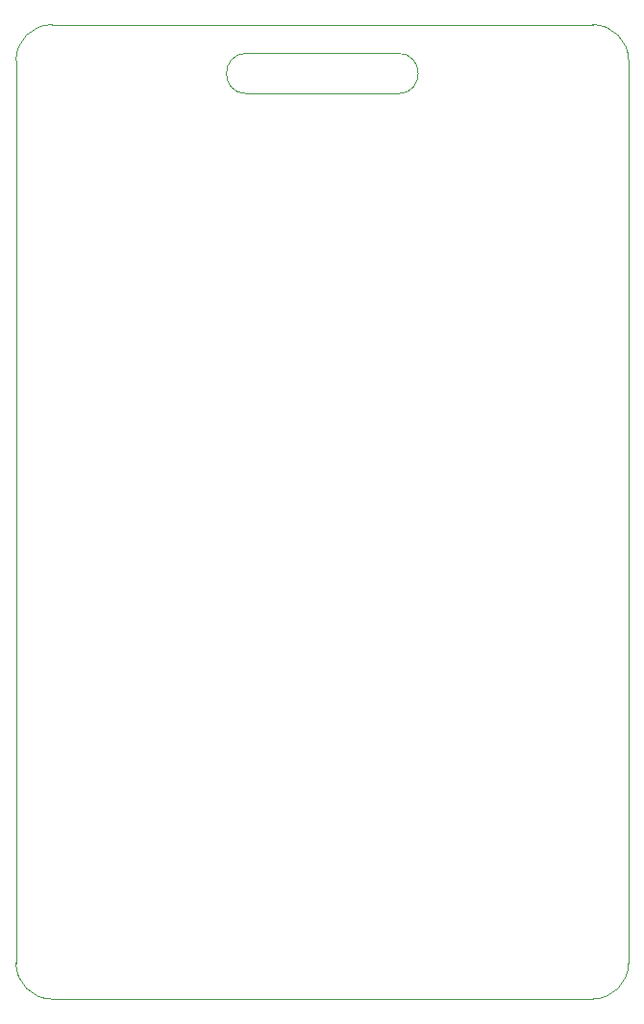
<source format=gm1>
G04 #@! TF.GenerationSoftware,KiCad,Pcbnew,7.0.1-0*
G04 #@! TF.CreationDate,2023-06-22T21:26:39+02:00*
G04 #@! TF.ProjectId,nfc_card_emulation_large,6e66635f-6361-4726-945f-656d756c6174,1.1*
G04 #@! TF.SameCoordinates,PX354a940PY3072580*
G04 #@! TF.FileFunction,Profile,NP*
%FSLAX46Y46*%
G04 Gerber Fmt 4.6, Leading zero omitted, Abs format (unit mm)*
G04 Created by KiCad (PCBNEW 7.0.1-0) date 2023-06-22 21:26:39*
%MOMM*%
%LPD*%
G01*
G04 APERTURE LIST*
G04 #@! TA.AperFunction,Profile*
%ADD10C,0.100000*%
G04 #@! TD*
G04 APERTURE END LIST*
D10*
X53975000Y-3175000D02*
G75*
G03*
X50800000Y0I-3175000J0D01*
G01*
X33655002Y-6079998D02*
G75*
G03*
X33655003Y-2520002I-2J1779998D01*
G01*
X0Y-3175000D02*
X0Y-82550000D01*
X0Y-82550000D02*
G75*
G03*
X3175000Y-85725000I3175000J0D01*
G01*
X53975000Y-82550000D02*
X53975000Y-3175000D01*
X50800000Y-85725000D02*
G75*
G03*
X53975000Y-82550000I0J3175000D01*
G01*
X33655002Y-6079998D02*
X20320000Y-6080000D01*
X3175000Y-85725000D02*
X50800000Y-85725000D01*
X20320000Y-2520000D02*
G75*
G03*
X20320000Y-6080000I0J-1780000D01*
G01*
X50800000Y0D02*
X3175000Y0D01*
X3175000Y0D02*
G75*
G03*
X0Y-3175000I0J-3175000D01*
G01*
X20320000Y-2520000D02*
X33655003Y-2520002D01*
M02*

</source>
